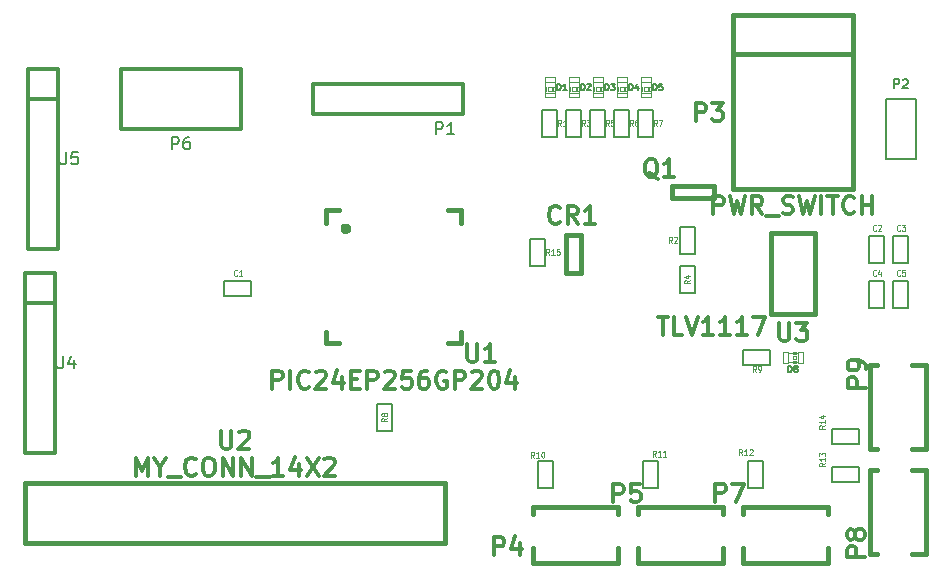
<source format=gto>
G04 (created by PCBNEW-RS274X (2012-01-19 BZR 3256)-stable) date 4/11/2013 5:03:57 PM*
G01*
G70*
G90*
%MOIN*%
G04 Gerber Fmt 3.4, Leading zero omitted, Abs format*
%FSLAX34Y34*%
G04 APERTURE LIST*
%ADD10C,0.006000*%
%ADD11C,0.015000*%
%ADD12C,0.005000*%
%ADD13C,0.012000*%
%ADD14C,0.002600*%
%ADD15C,0.004000*%
%ADD16C,0.004500*%
%ADD17C,0.008000*%
G04 APERTURE END LIST*
G54D10*
G54D11*
X72772Y-47300D02*
X72772Y-48639D01*
X72772Y-48639D02*
X74229Y-48639D01*
X74229Y-48639D02*
X74229Y-45961D01*
X74229Y-45961D02*
X72772Y-45961D01*
X72772Y-45961D02*
X72772Y-47300D01*
G54D12*
X76550Y-46050D02*
X76550Y-46950D01*
X76550Y-46950D02*
X76050Y-46950D01*
X76050Y-46950D02*
X76050Y-46050D01*
X76050Y-46050D02*
X76550Y-46050D01*
X77350Y-46050D02*
X77350Y-46950D01*
X77350Y-46950D02*
X76850Y-46950D01*
X76850Y-46950D02*
X76850Y-46050D01*
X76850Y-46050D02*
X77350Y-46050D01*
X76550Y-47550D02*
X76550Y-48450D01*
X76550Y-48450D02*
X76050Y-48450D01*
X76050Y-48450D02*
X76050Y-47550D01*
X76050Y-47550D02*
X76550Y-47550D01*
X77350Y-47550D02*
X77350Y-48450D01*
X77350Y-48450D02*
X76850Y-48450D01*
X76850Y-48450D02*
X76850Y-47550D01*
X76850Y-47550D02*
X77350Y-47550D01*
X54550Y-47550D02*
X55450Y-47550D01*
X55450Y-47550D02*
X55450Y-48050D01*
X55450Y-48050D02*
X54550Y-48050D01*
X54550Y-48050D02*
X54550Y-47550D01*
X59650Y-52550D02*
X59650Y-51650D01*
X59650Y-51650D02*
X60150Y-51650D01*
X60150Y-51650D02*
X60150Y-52550D01*
X60150Y-52550D02*
X59650Y-52550D01*
X70250Y-47050D02*
X70250Y-47950D01*
X70250Y-47950D02*
X69750Y-47950D01*
X69750Y-47950D02*
X69750Y-47050D01*
X69750Y-47050D02*
X70250Y-47050D01*
X70250Y-45750D02*
X70250Y-46650D01*
X70250Y-46650D02*
X69750Y-46650D01*
X69750Y-46650D02*
X69750Y-45750D01*
X69750Y-45750D02*
X70250Y-45750D01*
X65500Y-53550D02*
X65500Y-54450D01*
X65500Y-54450D02*
X65000Y-54450D01*
X65000Y-54450D02*
X65000Y-53550D01*
X65000Y-53550D02*
X65500Y-53550D01*
X72750Y-50350D02*
X71850Y-50350D01*
X71850Y-50350D02*
X71850Y-49850D01*
X71850Y-49850D02*
X72750Y-49850D01*
X72750Y-49850D02*
X72750Y-50350D01*
X69000Y-53550D02*
X69000Y-54450D01*
X69000Y-54450D02*
X68500Y-54450D01*
X68500Y-54450D02*
X68500Y-53550D01*
X68500Y-53550D02*
X69000Y-53550D01*
X72500Y-53550D02*
X72500Y-54450D01*
X72500Y-54450D02*
X72000Y-54450D01*
X72000Y-54450D02*
X72000Y-53550D01*
X72000Y-53550D02*
X72500Y-53550D01*
X74800Y-53750D02*
X75700Y-53750D01*
X75700Y-53750D02*
X75700Y-54250D01*
X75700Y-54250D02*
X74800Y-54250D01*
X74800Y-54250D02*
X74800Y-53750D01*
X74800Y-52500D02*
X75700Y-52500D01*
X75700Y-52500D02*
X75700Y-53000D01*
X75700Y-53000D02*
X74800Y-53000D01*
X74800Y-53000D02*
X74800Y-52500D01*
X65250Y-46150D02*
X65250Y-47050D01*
X65250Y-47050D02*
X64750Y-47050D01*
X64750Y-47050D02*
X64750Y-46150D01*
X64750Y-46150D02*
X65250Y-46150D01*
G54D11*
X71500Y-40000D02*
X71500Y-38700D01*
X71500Y-38700D02*
X75500Y-38700D01*
X75500Y-38700D02*
X75500Y-40000D01*
X71500Y-42000D02*
X71500Y-40000D01*
X71500Y-40000D02*
X75500Y-40000D01*
X75500Y-40000D02*
X75500Y-44500D01*
X75500Y-44500D02*
X71500Y-44500D01*
X71500Y-44500D02*
X71500Y-42000D01*
G54D13*
X57500Y-41000D02*
X57500Y-42000D01*
X62500Y-42000D02*
X62500Y-41000D01*
X57500Y-41000D02*
X62500Y-41000D01*
X62500Y-42000D02*
X57500Y-42000D01*
X55100Y-42500D02*
X51100Y-42500D01*
X51100Y-42500D02*
X51100Y-40500D01*
X51100Y-40500D02*
X55100Y-40500D01*
X55100Y-40500D02*
X55100Y-42500D01*
G54D10*
X77600Y-43500D02*
X76600Y-43500D01*
X76600Y-43500D02*
X76600Y-41500D01*
X76600Y-41500D02*
X77600Y-41500D01*
X77600Y-41500D02*
X77600Y-43500D01*
G54D13*
X48000Y-40500D02*
X49000Y-40500D01*
X49000Y-40500D02*
X49000Y-46500D01*
X49000Y-46500D02*
X48000Y-46500D01*
X48000Y-46500D02*
X48000Y-40500D01*
X48000Y-41500D02*
X49000Y-41500D01*
X47900Y-47300D02*
X48900Y-47300D01*
X48900Y-47300D02*
X48900Y-53300D01*
X48900Y-53300D02*
X47900Y-53300D01*
X47900Y-53300D02*
X47900Y-47300D01*
X47900Y-48300D02*
X48900Y-48300D01*
G54D14*
X73677Y-49923D02*
X73677Y-50277D01*
X73677Y-50277D02*
X73834Y-50277D01*
X73834Y-49923D02*
X73834Y-50277D01*
X73677Y-49923D02*
X73834Y-49923D01*
X73166Y-49923D02*
X73166Y-50277D01*
X73166Y-50277D02*
X73323Y-50277D01*
X73323Y-49923D02*
X73323Y-50277D01*
X73166Y-49923D02*
X73323Y-49923D01*
X73500Y-49923D02*
X73500Y-49982D01*
X73500Y-49982D02*
X73618Y-49982D01*
X73618Y-49923D02*
X73618Y-49982D01*
X73500Y-49923D02*
X73618Y-49923D01*
X73500Y-50218D02*
X73500Y-50277D01*
X73500Y-50277D02*
X73618Y-50277D01*
X73618Y-50218D02*
X73618Y-50277D01*
X73500Y-50218D02*
X73618Y-50218D01*
X73500Y-50041D02*
X73500Y-50159D01*
X73500Y-50159D02*
X73618Y-50159D01*
X73618Y-50041D02*
X73618Y-50159D01*
X73500Y-50041D02*
X73618Y-50041D01*
G54D15*
X73677Y-49943D02*
X73323Y-49943D01*
X73677Y-50257D02*
X73323Y-50257D01*
G54D11*
X65925Y-46654D02*
X65925Y-46024D01*
X65925Y-46024D02*
X66437Y-46024D01*
X66437Y-46024D02*
X66437Y-47284D01*
X66437Y-47284D02*
X65925Y-47284D01*
X65925Y-47284D02*
X65925Y-46654D01*
X62441Y-49606D02*
X62441Y-49252D01*
X62441Y-49606D02*
X62008Y-49606D01*
X58386Y-49606D02*
X57953Y-49606D01*
X57953Y-49606D02*
X57953Y-49252D01*
X62441Y-45630D02*
X62441Y-45197D01*
X62441Y-45197D02*
X62008Y-45197D01*
X58386Y-45197D02*
X57953Y-45197D01*
X57953Y-45197D02*
X57953Y-45630D01*
X58670Y-45788D02*
X58668Y-45805D01*
X58663Y-45821D01*
X58655Y-45836D01*
X58644Y-45850D01*
X58631Y-45860D01*
X58616Y-45869D01*
X58599Y-45874D01*
X58582Y-45875D01*
X58566Y-45874D01*
X58550Y-45869D01*
X58534Y-45861D01*
X58521Y-45850D01*
X58510Y-45837D01*
X58502Y-45822D01*
X58496Y-45806D01*
X58495Y-45789D01*
X58496Y-45773D01*
X58501Y-45756D01*
X58509Y-45741D01*
X58519Y-45727D01*
X58532Y-45716D01*
X58547Y-45708D01*
X58564Y-45703D01*
X58581Y-45701D01*
X58597Y-45702D01*
X58613Y-45706D01*
X58629Y-45714D01*
X58642Y-45725D01*
X58653Y-45738D01*
X58662Y-45753D01*
X58667Y-45769D01*
X58669Y-45786D01*
X58670Y-45788D01*
X61900Y-56300D02*
X61900Y-54300D01*
X61900Y-54300D02*
X47900Y-54300D01*
X47900Y-54300D02*
X47900Y-56300D01*
X47900Y-56300D02*
X61900Y-56300D01*
G54D14*
X66377Y-41277D02*
X66023Y-41277D01*
X66023Y-41277D02*
X66023Y-41434D01*
X66377Y-41434D02*
X66023Y-41434D01*
X66377Y-41277D02*
X66377Y-41434D01*
X66377Y-40766D02*
X66023Y-40766D01*
X66023Y-40766D02*
X66023Y-40923D01*
X66377Y-40923D02*
X66023Y-40923D01*
X66377Y-40766D02*
X66377Y-40923D01*
X66377Y-41100D02*
X66318Y-41100D01*
X66318Y-41100D02*
X66318Y-41218D01*
X66377Y-41218D02*
X66318Y-41218D01*
X66377Y-41100D02*
X66377Y-41218D01*
X66082Y-41100D02*
X66023Y-41100D01*
X66023Y-41100D02*
X66023Y-41218D01*
X66082Y-41218D02*
X66023Y-41218D01*
X66082Y-41100D02*
X66082Y-41218D01*
X66259Y-41100D02*
X66141Y-41100D01*
X66141Y-41100D02*
X66141Y-41218D01*
X66259Y-41218D02*
X66141Y-41218D01*
X66259Y-41100D02*
X66259Y-41218D01*
G54D15*
X66357Y-41277D02*
X66357Y-40923D01*
X66043Y-41277D02*
X66043Y-40923D01*
G54D14*
X67977Y-41277D02*
X67623Y-41277D01*
X67623Y-41277D02*
X67623Y-41434D01*
X67977Y-41434D02*
X67623Y-41434D01*
X67977Y-41277D02*
X67977Y-41434D01*
X67977Y-40766D02*
X67623Y-40766D01*
X67623Y-40766D02*
X67623Y-40923D01*
X67977Y-40923D02*
X67623Y-40923D01*
X67977Y-40766D02*
X67977Y-40923D01*
X67977Y-41100D02*
X67918Y-41100D01*
X67918Y-41100D02*
X67918Y-41218D01*
X67977Y-41218D02*
X67918Y-41218D01*
X67977Y-41100D02*
X67977Y-41218D01*
X67682Y-41100D02*
X67623Y-41100D01*
X67623Y-41100D02*
X67623Y-41218D01*
X67682Y-41218D02*
X67623Y-41218D01*
X67682Y-41100D02*
X67682Y-41218D01*
X67859Y-41100D02*
X67741Y-41100D01*
X67741Y-41100D02*
X67741Y-41218D01*
X67859Y-41218D02*
X67741Y-41218D01*
X67859Y-41100D02*
X67859Y-41218D01*
G54D15*
X67957Y-41277D02*
X67957Y-40923D01*
X67643Y-41277D02*
X67643Y-40923D01*
G54D12*
X65650Y-41850D02*
X65650Y-42750D01*
X65650Y-42750D02*
X65150Y-42750D01*
X65150Y-42750D02*
X65150Y-41850D01*
X65150Y-41850D02*
X65650Y-41850D01*
X66450Y-41850D02*
X66450Y-42750D01*
X66450Y-42750D02*
X65950Y-42750D01*
X65950Y-42750D02*
X65950Y-41850D01*
X65950Y-41850D02*
X66450Y-41850D01*
X67250Y-41850D02*
X67250Y-42750D01*
X67250Y-42750D02*
X66750Y-42750D01*
X66750Y-42750D02*
X66750Y-41850D01*
X66750Y-41850D02*
X67250Y-41850D01*
X68050Y-41850D02*
X68050Y-42750D01*
X68050Y-42750D02*
X67550Y-42750D01*
X67550Y-42750D02*
X67550Y-41850D01*
X67550Y-41850D02*
X68050Y-41850D01*
X68850Y-41850D02*
X68850Y-42750D01*
X68850Y-42750D02*
X68350Y-42750D01*
X68350Y-42750D02*
X68350Y-41850D01*
X68350Y-41850D02*
X68850Y-41850D01*
G54D14*
X65577Y-41277D02*
X65223Y-41277D01*
X65223Y-41277D02*
X65223Y-41434D01*
X65577Y-41434D02*
X65223Y-41434D01*
X65577Y-41277D02*
X65577Y-41434D01*
X65577Y-40766D02*
X65223Y-40766D01*
X65223Y-40766D02*
X65223Y-40923D01*
X65577Y-40923D02*
X65223Y-40923D01*
X65577Y-40766D02*
X65577Y-40923D01*
X65577Y-41100D02*
X65518Y-41100D01*
X65518Y-41100D02*
X65518Y-41218D01*
X65577Y-41218D02*
X65518Y-41218D01*
X65577Y-41100D02*
X65577Y-41218D01*
X65282Y-41100D02*
X65223Y-41100D01*
X65223Y-41100D02*
X65223Y-41218D01*
X65282Y-41218D02*
X65223Y-41218D01*
X65282Y-41100D02*
X65282Y-41218D01*
X65459Y-41100D02*
X65341Y-41100D01*
X65341Y-41100D02*
X65341Y-41218D01*
X65459Y-41218D02*
X65341Y-41218D01*
X65459Y-41100D02*
X65459Y-41218D01*
G54D15*
X65557Y-41277D02*
X65557Y-40923D01*
X65243Y-41277D02*
X65243Y-40923D01*
G54D14*
X67177Y-41277D02*
X66823Y-41277D01*
X66823Y-41277D02*
X66823Y-41434D01*
X67177Y-41434D02*
X66823Y-41434D01*
X67177Y-41277D02*
X67177Y-41434D01*
X67177Y-40766D02*
X66823Y-40766D01*
X66823Y-40766D02*
X66823Y-40923D01*
X67177Y-40923D02*
X66823Y-40923D01*
X67177Y-40766D02*
X67177Y-40923D01*
X67177Y-41100D02*
X67118Y-41100D01*
X67118Y-41100D02*
X67118Y-41218D01*
X67177Y-41218D02*
X67118Y-41218D01*
X67177Y-41100D02*
X67177Y-41218D01*
X66882Y-41100D02*
X66823Y-41100D01*
X66823Y-41100D02*
X66823Y-41218D01*
X66882Y-41218D02*
X66823Y-41218D01*
X66882Y-41100D02*
X66882Y-41218D01*
X67059Y-41100D02*
X66941Y-41100D01*
X66941Y-41100D02*
X66941Y-41218D01*
X67059Y-41218D02*
X66941Y-41218D01*
X67059Y-41100D02*
X67059Y-41218D01*
G54D15*
X67157Y-41277D02*
X67157Y-40923D01*
X66843Y-41277D02*
X66843Y-40923D01*
G54D14*
X68777Y-41277D02*
X68423Y-41277D01*
X68423Y-41277D02*
X68423Y-41434D01*
X68777Y-41434D02*
X68423Y-41434D01*
X68777Y-41277D02*
X68777Y-41434D01*
X68777Y-40766D02*
X68423Y-40766D01*
X68423Y-40766D02*
X68423Y-40923D01*
X68777Y-40923D02*
X68423Y-40923D01*
X68777Y-40766D02*
X68777Y-40923D01*
X68777Y-41100D02*
X68718Y-41100D01*
X68718Y-41100D02*
X68718Y-41218D01*
X68777Y-41218D02*
X68718Y-41218D01*
X68777Y-41100D02*
X68777Y-41218D01*
X68482Y-41100D02*
X68423Y-41100D01*
X68423Y-41100D02*
X68423Y-41218D01*
X68482Y-41218D02*
X68423Y-41218D01*
X68482Y-41100D02*
X68482Y-41218D01*
X68659Y-41100D02*
X68541Y-41100D01*
X68541Y-41100D02*
X68541Y-41218D01*
X68659Y-41218D02*
X68541Y-41218D01*
X68659Y-41100D02*
X68659Y-41218D01*
G54D15*
X68757Y-41277D02*
X68757Y-40923D01*
X68443Y-41277D02*
X68443Y-40923D01*
G54D11*
X69790Y-44790D02*
X69460Y-44790D01*
X69460Y-44790D02*
X69460Y-44390D01*
X69460Y-44390D02*
X70860Y-44390D01*
X70860Y-44390D02*
X70860Y-44790D01*
X70860Y-44790D02*
X69790Y-44790D01*
X67657Y-56949D02*
X64843Y-56949D01*
X67657Y-56890D02*
X67657Y-56949D01*
X64843Y-56939D02*
X64843Y-56457D01*
X67657Y-56457D02*
X67657Y-56890D01*
X66250Y-55079D02*
X64843Y-55079D01*
X64843Y-55079D02*
X64843Y-55315D01*
X66250Y-55079D02*
X67657Y-55079D01*
X67657Y-55079D02*
X67657Y-55315D01*
X71157Y-56949D02*
X68343Y-56949D01*
X71157Y-56890D02*
X71157Y-56949D01*
X68343Y-56939D02*
X68343Y-56457D01*
X71157Y-56457D02*
X71157Y-56890D01*
X69750Y-55079D02*
X68343Y-55079D01*
X68343Y-55079D02*
X68343Y-55315D01*
X69750Y-55079D02*
X71157Y-55079D01*
X71157Y-55079D02*
X71157Y-55315D01*
X74657Y-56949D02*
X71843Y-56949D01*
X74657Y-56890D02*
X74657Y-56949D01*
X71843Y-56939D02*
X71843Y-56457D01*
X74657Y-56457D02*
X74657Y-56890D01*
X73250Y-55079D02*
X71843Y-55079D01*
X71843Y-55079D02*
X71843Y-55315D01*
X73250Y-55079D02*
X74657Y-55079D01*
X74657Y-55079D02*
X74657Y-55315D01*
X77949Y-53843D02*
X77949Y-56657D01*
X77890Y-53843D02*
X77949Y-53843D01*
X77939Y-56657D02*
X77457Y-56657D01*
X77457Y-53843D02*
X77890Y-53843D01*
X76079Y-55250D02*
X76079Y-56657D01*
X76079Y-56657D02*
X76315Y-56657D01*
X76079Y-55250D02*
X76079Y-53843D01*
X76079Y-53843D02*
X76315Y-53843D01*
X77949Y-50343D02*
X77949Y-53157D01*
X77890Y-50343D02*
X77949Y-50343D01*
X77939Y-53157D02*
X77457Y-53157D01*
X77457Y-50343D02*
X77890Y-50343D01*
X76079Y-51750D02*
X76079Y-53157D01*
X76079Y-53157D02*
X76315Y-53157D01*
X76079Y-51750D02*
X76079Y-50343D01*
X76079Y-50343D02*
X76315Y-50343D01*
G54D13*
X73043Y-48943D02*
X73043Y-49429D01*
X73071Y-49486D01*
X73100Y-49514D01*
X73157Y-49543D01*
X73271Y-49543D01*
X73329Y-49514D01*
X73357Y-49486D01*
X73386Y-49429D01*
X73386Y-48943D01*
X73615Y-48943D02*
X73986Y-48943D01*
X73786Y-49171D01*
X73872Y-49171D01*
X73929Y-49200D01*
X73958Y-49229D01*
X73986Y-49286D01*
X73986Y-49429D01*
X73958Y-49486D01*
X73929Y-49514D01*
X73872Y-49543D01*
X73700Y-49543D01*
X73643Y-49514D01*
X73615Y-49486D01*
X68987Y-48743D02*
X69330Y-48743D01*
X69159Y-49343D02*
X69159Y-48743D01*
X69816Y-49343D02*
X69530Y-49343D01*
X69530Y-48743D01*
X69930Y-48743D02*
X70130Y-49343D01*
X70330Y-48743D01*
X70844Y-49343D02*
X70501Y-49343D01*
X70673Y-49343D02*
X70673Y-48743D01*
X70616Y-48829D01*
X70558Y-48886D01*
X70501Y-48914D01*
X71415Y-49343D02*
X71072Y-49343D01*
X71244Y-49343D02*
X71244Y-48743D01*
X71187Y-48829D01*
X71129Y-48886D01*
X71072Y-48914D01*
X71986Y-49343D02*
X71643Y-49343D01*
X71815Y-49343D02*
X71815Y-48743D01*
X71758Y-48829D01*
X71700Y-48886D01*
X71643Y-48914D01*
X72186Y-48743D02*
X72586Y-48743D01*
X72329Y-49343D01*
G54D16*
X76271Y-45862D02*
X76262Y-45871D01*
X76236Y-45881D01*
X76219Y-45881D01*
X76194Y-45871D01*
X76176Y-45852D01*
X76168Y-45833D01*
X76159Y-45795D01*
X76159Y-45767D01*
X76168Y-45729D01*
X76176Y-45710D01*
X76194Y-45690D01*
X76219Y-45681D01*
X76236Y-45681D01*
X76262Y-45690D01*
X76271Y-45700D01*
X76339Y-45700D02*
X76348Y-45690D01*
X76365Y-45681D01*
X76408Y-45681D01*
X76425Y-45690D01*
X76434Y-45700D01*
X76442Y-45719D01*
X76442Y-45738D01*
X76434Y-45767D01*
X76331Y-45881D01*
X76442Y-45881D01*
X77071Y-45862D02*
X77062Y-45871D01*
X77036Y-45881D01*
X77019Y-45881D01*
X76994Y-45871D01*
X76976Y-45852D01*
X76968Y-45833D01*
X76959Y-45795D01*
X76959Y-45767D01*
X76968Y-45729D01*
X76976Y-45710D01*
X76994Y-45690D01*
X77019Y-45681D01*
X77036Y-45681D01*
X77062Y-45690D01*
X77071Y-45700D01*
X77131Y-45681D02*
X77242Y-45681D01*
X77182Y-45757D01*
X77208Y-45757D01*
X77225Y-45767D01*
X77234Y-45776D01*
X77242Y-45795D01*
X77242Y-45843D01*
X77234Y-45862D01*
X77225Y-45871D01*
X77208Y-45881D01*
X77156Y-45881D01*
X77139Y-45871D01*
X77131Y-45862D01*
X76271Y-47362D02*
X76262Y-47371D01*
X76236Y-47381D01*
X76219Y-47381D01*
X76194Y-47371D01*
X76176Y-47352D01*
X76168Y-47333D01*
X76159Y-47295D01*
X76159Y-47267D01*
X76168Y-47229D01*
X76176Y-47210D01*
X76194Y-47190D01*
X76219Y-47181D01*
X76236Y-47181D01*
X76262Y-47190D01*
X76271Y-47200D01*
X76425Y-47248D02*
X76425Y-47381D01*
X76382Y-47171D02*
X76339Y-47314D01*
X76451Y-47314D01*
X77071Y-47362D02*
X77062Y-47371D01*
X77036Y-47381D01*
X77019Y-47381D01*
X76994Y-47371D01*
X76976Y-47352D01*
X76968Y-47333D01*
X76959Y-47295D01*
X76959Y-47267D01*
X76968Y-47229D01*
X76976Y-47210D01*
X76994Y-47190D01*
X77019Y-47181D01*
X77036Y-47181D01*
X77062Y-47190D01*
X77071Y-47200D01*
X77234Y-47181D02*
X77148Y-47181D01*
X77139Y-47276D01*
X77148Y-47267D01*
X77165Y-47257D01*
X77208Y-47257D01*
X77225Y-47267D01*
X77234Y-47276D01*
X77242Y-47295D01*
X77242Y-47343D01*
X77234Y-47362D01*
X77225Y-47371D01*
X77208Y-47381D01*
X77165Y-47381D01*
X77148Y-47371D01*
X77139Y-47362D01*
X54971Y-47362D02*
X54962Y-47371D01*
X54936Y-47381D01*
X54919Y-47381D01*
X54894Y-47371D01*
X54876Y-47352D01*
X54868Y-47333D01*
X54859Y-47295D01*
X54859Y-47267D01*
X54868Y-47229D01*
X54876Y-47210D01*
X54894Y-47190D01*
X54919Y-47181D01*
X54936Y-47181D01*
X54962Y-47190D01*
X54971Y-47200D01*
X55142Y-47381D02*
X55039Y-47381D01*
X55091Y-47381D02*
X55091Y-47181D01*
X55074Y-47210D01*
X55056Y-47229D01*
X55039Y-47238D01*
X59981Y-52129D02*
X59886Y-52189D01*
X59981Y-52232D02*
X59781Y-52232D01*
X59781Y-52164D01*
X59790Y-52146D01*
X59800Y-52138D01*
X59819Y-52129D01*
X59848Y-52129D01*
X59867Y-52138D01*
X59876Y-52146D01*
X59886Y-52164D01*
X59886Y-52232D01*
X59867Y-52026D02*
X59857Y-52044D01*
X59848Y-52052D01*
X59829Y-52061D01*
X59819Y-52061D01*
X59800Y-52052D01*
X59790Y-52044D01*
X59781Y-52026D01*
X59781Y-51992D01*
X59790Y-51975D01*
X59800Y-51966D01*
X59819Y-51958D01*
X59829Y-51958D01*
X59848Y-51966D01*
X59857Y-51975D01*
X59867Y-51992D01*
X59867Y-52026D01*
X59876Y-52044D01*
X59886Y-52052D01*
X59905Y-52061D01*
X59943Y-52061D01*
X59962Y-52052D01*
X59971Y-52044D01*
X59981Y-52026D01*
X59981Y-51992D01*
X59971Y-51975D01*
X59962Y-51966D01*
X59943Y-51958D01*
X59905Y-51958D01*
X59886Y-51966D01*
X59876Y-51975D01*
X59867Y-51992D01*
X70081Y-47529D02*
X69986Y-47589D01*
X70081Y-47632D02*
X69881Y-47632D01*
X69881Y-47564D01*
X69890Y-47546D01*
X69900Y-47538D01*
X69919Y-47529D01*
X69948Y-47529D01*
X69967Y-47538D01*
X69976Y-47546D01*
X69986Y-47564D01*
X69986Y-47632D01*
X69948Y-47375D02*
X70081Y-47375D01*
X69871Y-47418D02*
X70014Y-47461D01*
X70014Y-47349D01*
X69471Y-46281D02*
X69411Y-46186D01*
X69368Y-46281D02*
X69368Y-46081D01*
X69436Y-46081D01*
X69454Y-46090D01*
X69462Y-46100D01*
X69471Y-46119D01*
X69471Y-46148D01*
X69462Y-46167D01*
X69454Y-46176D01*
X69436Y-46186D01*
X69368Y-46186D01*
X69539Y-46100D02*
X69548Y-46090D01*
X69565Y-46081D01*
X69608Y-46081D01*
X69625Y-46090D01*
X69634Y-46100D01*
X69642Y-46119D01*
X69642Y-46138D01*
X69634Y-46167D01*
X69531Y-46281D01*
X69642Y-46281D01*
X64875Y-53441D02*
X64815Y-53346D01*
X64772Y-53441D02*
X64772Y-53241D01*
X64840Y-53241D01*
X64858Y-53250D01*
X64866Y-53260D01*
X64875Y-53279D01*
X64875Y-53308D01*
X64866Y-53327D01*
X64858Y-53336D01*
X64840Y-53346D01*
X64772Y-53346D01*
X65046Y-53441D02*
X64943Y-53441D01*
X64995Y-53441D02*
X64995Y-53241D01*
X64978Y-53270D01*
X64960Y-53289D01*
X64943Y-53298D01*
X65157Y-53241D02*
X65174Y-53241D01*
X65191Y-53250D01*
X65200Y-53260D01*
X65209Y-53279D01*
X65217Y-53317D01*
X65217Y-53365D01*
X65209Y-53403D01*
X65200Y-53422D01*
X65191Y-53431D01*
X65174Y-53441D01*
X65157Y-53441D01*
X65140Y-53431D01*
X65131Y-53422D01*
X65123Y-53403D01*
X65114Y-53365D01*
X65114Y-53317D01*
X65123Y-53279D01*
X65131Y-53260D01*
X65140Y-53250D01*
X65157Y-53241D01*
X72271Y-50581D02*
X72211Y-50486D01*
X72168Y-50581D02*
X72168Y-50381D01*
X72236Y-50381D01*
X72254Y-50390D01*
X72262Y-50400D01*
X72271Y-50419D01*
X72271Y-50448D01*
X72262Y-50467D01*
X72254Y-50476D01*
X72236Y-50486D01*
X72168Y-50486D01*
X72356Y-50581D02*
X72391Y-50581D01*
X72408Y-50571D01*
X72416Y-50562D01*
X72434Y-50533D01*
X72442Y-50495D01*
X72442Y-50419D01*
X72434Y-50400D01*
X72425Y-50390D01*
X72408Y-50381D01*
X72374Y-50381D01*
X72356Y-50390D01*
X72348Y-50400D01*
X72339Y-50419D01*
X72339Y-50467D01*
X72348Y-50486D01*
X72356Y-50495D01*
X72374Y-50505D01*
X72408Y-50505D01*
X72425Y-50495D01*
X72434Y-50486D01*
X72442Y-50467D01*
X68935Y-53401D02*
X68875Y-53306D01*
X68832Y-53401D02*
X68832Y-53201D01*
X68900Y-53201D01*
X68918Y-53210D01*
X68926Y-53220D01*
X68935Y-53239D01*
X68935Y-53268D01*
X68926Y-53287D01*
X68918Y-53296D01*
X68900Y-53306D01*
X68832Y-53306D01*
X69106Y-53401D02*
X69003Y-53401D01*
X69055Y-53401D02*
X69055Y-53201D01*
X69038Y-53230D01*
X69020Y-53249D01*
X69003Y-53258D01*
X69277Y-53401D02*
X69174Y-53401D01*
X69226Y-53401D02*
X69226Y-53201D01*
X69209Y-53230D01*
X69191Y-53249D01*
X69174Y-53258D01*
X71815Y-53361D02*
X71755Y-53266D01*
X71712Y-53361D02*
X71712Y-53161D01*
X71780Y-53161D01*
X71798Y-53170D01*
X71806Y-53180D01*
X71815Y-53199D01*
X71815Y-53228D01*
X71806Y-53247D01*
X71798Y-53256D01*
X71780Y-53266D01*
X71712Y-53266D01*
X71986Y-53361D02*
X71883Y-53361D01*
X71935Y-53361D02*
X71935Y-53161D01*
X71918Y-53190D01*
X71900Y-53209D01*
X71883Y-53218D01*
X72054Y-53180D02*
X72063Y-53170D01*
X72080Y-53161D01*
X72123Y-53161D01*
X72140Y-53170D01*
X72149Y-53180D01*
X72157Y-53199D01*
X72157Y-53218D01*
X72149Y-53247D01*
X72046Y-53361D01*
X72157Y-53361D01*
X74581Y-53615D02*
X74486Y-53675D01*
X74581Y-53718D02*
X74381Y-53718D01*
X74381Y-53650D01*
X74390Y-53632D01*
X74400Y-53624D01*
X74419Y-53615D01*
X74448Y-53615D01*
X74467Y-53624D01*
X74476Y-53632D01*
X74486Y-53650D01*
X74486Y-53718D01*
X74581Y-53444D02*
X74581Y-53547D01*
X74581Y-53495D02*
X74381Y-53495D01*
X74410Y-53512D01*
X74429Y-53530D01*
X74438Y-53547D01*
X74381Y-53384D02*
X74381Y-53273D01*
X74457Y-53333D01*
X74457Y-53307D01*
X74467Y-53290D01*
X74476Y-53281D01*
X74495Y-53273D01*
X74543Y-53273D01*
X74562Y-53281D01*
X74571Y-53290D01*
X74581Y-53307D01*
X74581Y-53359D01*
X74571Y-53376D01*
X74562Y-53384D01*
X74581Y-52365D02*
X74486Y-52425D01*
X74581Y-52468D02*
X74381Y-52468D01*
X74381Y-52400D01*
X74390Y-52382D01*
X74400Y-52374D01*
X74419Y-52365D01*
X74448Y-52365D01*
X74467Y-52374D01*
X74476Y-52382D01*
X74486Y-52400D01*
X74486Y-52468D01*
X74581Y-52194D02*
X74581Y-52297D01*
X74581Y-52245D02*
X74381Y-52245D01*
X74410Y-52262D01*
X74429Y-52280D01*
X74438Y-52297D01*
X74448Y-52040D02*
X74581Y-52040D01*
X74371Y-52083D02*
X74514Y-52126D01*
X74514Y-52014D01*
X65385Y-46681D02*
X65325Y-46586D01*
X65282Y-46681D02*
X65282Y-46481D01*
X65350Y-46481D01*
X65368Y-46490D01*
X65376Y-46500D01*
X65385Y-46519D01*
X65385Y-46548D01*
X65376Y-46567D01*
X65368Y-46576D01*
X65350Y-46586D01*
X65282Y-46586D01*
X65556Y-46681D02*
X65453Y-46681D01*
X65505Y-46681D02*
X65505Y-46481D01*
X65488Y-46510D01*
X65470Y-46529D01*
X65453Y-46538D01*
X65719Y-46481D02*
X65633Y-46481D01*
X65624Y-46576D01*
X65633Y-46567D01*
X65650Y-46557D01*
X65693Y-46557D01*
X65710Y-46567D01*
X65719Y-46576D01*
X65727Y-46595D01*
X65727Y-46643D01*
X65719Y-46662D01*
X65710Y-46671D01*
X65693Y-46681D01*
X65650Y-46681D01*
X65633Y-46671D01*
X65624Y-46662D01*
G54D13*
X70254Y-42220D02*
X70254Y-41620D01*
X70482Y-41620D01*
X70540Y-41648D01*
X70568Y-41677D01*
X70597Y-41734D01*
X70597Y-41820D01*
X70568Y-41877D01*
X70540Y-41906D01*
X70482Y-41934D01*
X70254Y-41934D01*
X70797Y-41620D02*
X71168Y-41620D01*
X70968Y-41848D01*
X71054Y-41848D01*
X71111Y-41877D01*
X71140Y-41906D01*
X71168Y-41963D01*
X71168Y-42106D01*
X71140Y-42163D01*
X71111Y-42191D01*
X71054Y-42220D01*
X70882Y-42220D01*
X70825Y-42191D01*
X70797Y-42163D01*
X70853Y-45320D02*
X70853Y-44720D01*
X71081Y-44720D01*
X71139Y-44748D01*
X71167Y-44777D01*
X71196Y-44834D01*
X71196Y-44920D01*
X71167Y-44977D01*
X71139Y-45006D01*
X71081Y-45034D01*
X70853Y-45034D01*
X71396Y-44720D02*
X71539Y-45320D01*
X71653Y-44891D01*
X71767Y-45320D01*
X71910Y-44720D01*
X72482Y-45320D02*
X72282Y-45034D01*
X72139Y-45320D02*
X72139Y-44720D01*
X72367Y-44720D01*
X72425Y-44748D01*
X72453Y-44777D01*
X72482Y-44834D01*
X72482Y-44920D01*
X72453Y-44977D01*
X72425Y-45006D01*
X72367Y-45034D01*
X72139Y-45034D01*
X72596Y-45377D02*
X73053Y-45377D01*
X73167Y-45291D02*
X73253Y-45320D01*
X73396Y-45320D01*
X73453Y-45291D01*
X73482Y-45263D01*
X73510Y-45206D01*
X73510Y-45148D01*
X73482Y-45091D01*
X73453Y-45063D01*
X73396Y-45034D01*
X73282Y-45006D01*
X73224Y-44977D01*
X73196Y-44948D01*
X73167Y-44891D01*
X73167Y-44834D01*
X73196Y-44777D01*
X73224Y-44748D01*
X73282Y-44720D01*
X73424Y-44720D01*
X73510Y-44748D01*
X73710Y-44720D02*
X73853Y-45320D01*
X73967Y-44891D01*
X74081Y-45320D01*
X74224Y-44720D01*
X74453Y-45320D02*
X74453Y-44720D01*
X74653Y-44720D02*
X74996Y-44720D01*
X74825Y-45320D02*
X74825Y-44720D01*
X75539Y-45263D02*
X75510Y-45291D01*
X75424Y-45320D01*
X75367Y-45320D01*
X75282Y-45291D01*
X75224Y-45234D01*
X75196Y-45177D01*
X75167Y-45063D01*
X75167Y-44977D01*
X75196Y-44863D01*
X75224Y-44806D01*
X75282Y-44748D01*
X75367Y-44720D01*
X75424Y-44720D01*
X75510Y-44748D01*
X75539Y-44777D01*
X75796Y-45320D02*
X75796Y-44720D01*
X75796Y-45006D02*
X76139Y-45006D01*
X76139Y-45320D02*
X76139Y-44720D01*
G54D17*
X61605Y-42662D02*
X61605Y-42262D01*
X61758Y-42262D01*
X61796Y-42281D01*
X61815Y-42300D01*
X61834Y-42338D01*
X61834Y-42395D01*
X61815Y-42433D01*
X61796Y-42452D01*
X61758Y-42471D01*
X61605Y-42471D01*
X62215Y-42662D02*
X61986Y-42662D01*
X62100Y-42662D02*
X62100Y-42262D01*
X62062Y-42319D01*
X62024Y-42357D01*
X61986Y-42376D01*
X52805Y-43162D02*
X52805Y-42762D01*
X52958Y-42762D01*
X52996Y-42781D01*
X53015Y-42800D01*
X53034Y-42838D01*
X53034Y-42895D01*
X53015Y-42933D01*
X52996Y-42952D01*
X52958Y-42971D01*
X52805Y-42971D01*
X53377Y-42762D02*
X53300Y-42762D01*
X53262Y-42781D01*
X53243Y-42800D01*
X53205Y-42857D01*
X53186Y-42933D01*
X53186Y-43086D01*
X53205Y-43124D01*
X53224Y-43143D01*
X53262Y-43162D01*
X53339Y-43162D01*
X53377Y-43143D01*
X53396Y-43124D01*
X53415Y-43086D01*
X53415Y-42990D01*
X53396Y-42952D01*
X53377Y-42933D01*
X53339Y-42914D01*
X53262Y-42914D01*
X53224Y-42933D01*
X53205Y-42952D01*
X53186Y-42990D01*
G54D10*
X76878Y-41121D02*
X76878Y-40821D01*
X76993Y-40821D01*
X77021Y-40836D01*
X77036Y-40850D01*
X77050Y-40879D01*
X77050Y-40921D01*
X77036Y-40950D01*
X77021Y-40964D01*
X76993Y-40979D01*
X76878Y-40979D01*
X77164Y-40850D02*
X77178Y-40836D01*
X77207Y-40821D01*
X77278Y-40821D01*
X77307Y-40836D01*
X77321Y-40850D01*
X77336Y-40879D01*
X77336Y-40907D01*
X77321Y-40950D01*
X77150Y-41121D01*
X77336Y-41121D01*
G54D17*
X49045Y-43262D02*
X49045Y-43586D01*
X49064Y-43624D01*
X49083Y-43643D01*
X49121Y-43662D01*
X49198Y-43662D01*
X49236Y-43643D01*
X49255Y-43624D01*
X49274Y-43586D01*
X49274Y-43262D01*
X49655Y-43262D02*
X49464Y-43262D01*
X49445Y-43452D01*
X49464Y-43433D01*
X49502Y-43414D01*
X49598Y-43414D01*
X49636Y-43433D01*
X49655Y-43452D01*
X49674Y-43490D01*
X49674Y-43586D01*
X49655Y-43624D01*
X49636Y-43643D01*
X49598Y-43662D01*
X49502Y-43662D01*
X49464Y-43643D01*
X49445Y-43624D01*
X48945Y-50062D02*
X48945Y-50386D01*
X48964Y-50424D01*
X48983Y-50443D01*
X49021Y-50462D01*
X49098Y-50462D01*
X49136Y-50443D01*
X49155Y-50424D01*
X49174Y-50386D01*
X49174Y-50062D01*
X49536Y-50195D02*
X49536Y-50462D01*
X49440Y-50043D02*
X49345Y-50329D01*
X49593Y-50329D01*
G54D12*
X73353Y-50581D02*
X73353Y-50381D01*
X73400Y-50381D01*
X73429Y-50390D01*
X73448Y-50410D01*
X73457Y-50429D01*
X73467Y-50467D01*
X73467Y-50495D01*
X73457Y-50533D01*
X73448Y-50552D01*
X73429Y-50571D01*
X73400Y-50581D01*
X73353Y-50581D01*
X73581Y-50467D02*
X73562Y-50457D01*
X73553Y-50448D01*
X73543Y-50429D01*
X73543Y-50419D01*
X73553Y-50400D01*
X73562Y-50390D01*
X73581Y-50381D01*
X73619Y-50381D01*
X73638Y-50390D01*
X73648Y-50400D01*
X73657Y-50419D01*
X73657Y-50429D01*
X73648Y-50448D01*
X73638Y-50457D01*
X73619Y-50467D01*
X73581Y-50467D01*
X73562Y-50476D01*
X73553Y-50486D01*
X73543Y-50505D01*
X73543Y-50543D01*
X73553Y-50562D01*
X73562Y-50571D01*
X73581Y-50581D01*
X73619Y-50581D01*
X73638Y-50571D01*
X73648Y-50562D01*
X73657Y-50543D01*
X73657Y-50505D01*
X73648Y-50486D01*
X73638Y-50476D01*
X73619Y-50467D01*
G54D13*
X65732Y-45590D02*
X65703Y-45618D01*
X65617Y-45647D01*
X65560Y-45647D01*
X65475Y-45618D01*
X65417Y-45561D01*
X65389Y-45504D01*
X65360Y-45390D01*
X65360Y-45304D01*
X65389Y-45190D01*
X65417Y-45133D01*
X65475Y-45075D01*
X65560Y-45047D01*
X65617Y-45047D01*
X65703Y-45075D01*
X65732Y-45104D01*
X66332Y-45647D02*
X66132Y-45361D01*
X65989Y-45647D02*
X65989Y-45047D01*
X66217Y-45047D01*
X66275Y-45075D01*
X66303Y-45104D01*
X66332Y-45161D01*
X66332Y-45247D01*
X66303Y-45304D01*
X66275Y-45333D01*
X66217Y-45361D01*
X65989Y-45361D01*
X66903Y-45647D02*
X66560Y-45647D01*
X66732Y-45647D02*
X66732Y-45047D01*
X66675Y-45133D01*
X66617Y-45190D01*
X66560Y-45218D01*
X62643Y-49643D02*
X62643Y-50129D01*
X62671Y-50186D01*
X62700Y-50214D01*
X62757Y-50243D01*
X62871Y-50243D01*
X62929Y-50214D01*
X62957Y-50186D01*
X62986Y-50129D01*
X62986Y-49643D01*
X63586Y-50243D02*
X63243Y-50243D01*
X63415Y-50243D02*
X63415Y-49643D01*
X63358Y-49729D01*
X63300Y-49786D01*
X63243Y-49814D01*
X56145Y-51143D02*
X56145Y-50543D01*
X56373Y-50543D01*
X56431Y-50571D01*
X56459Y-50600D01*
X56488Y-50657D01*
X56488Y-50743D01*
X56459Y-50800D01*
X56431Y-50829D01*
X56373Y-50857D01*
X56145Y-50857D01*
X56745Y-51143D02*
X56745Y-50543D01*
X57374Y-51086D02*
X57345Y-51114D01*
X57259Y-51143D01*
X57202Y-51143D01*
X57117Y-51114D01*
X57059Y-51057D01*
X57031Y-51000D01*
X57002Y-50886D01*
X57002Y-50800D01*
X57031Y-50686D01*
X57059Y-50629D01*
X57117Y-50571D01*
X57202Y-50543D01*
X57259Y-50543D01*
X57345Y-50571D01*
X57374Y-50600D01*
X57602Y-50600D02*
X57631Y-50571D01*
X57688Y-50543D01*
X57831Y-50543D01*
X57888Y-50571D01*
X57917Y-50600D01*
X57945Y-50657D01*
X57945Y-50714D01*
X57917Y-50800D01*
X57574Y-51143D01*
X57945Y-51143D01*
X58459Y-50743D02*
X58459Y-51143D01*
X58316Y-50514D02*
X58173Y-50943D01*
X58545Y-50943D01*
X58773Y-50829D02*
X58973Y-50829D01*
X59059Y-51143D02*
X58773Y-51143D01*
X58773Y-50543D01*
X59059Y-50543D01*
X59316Y-51143D02*
X59316Y-50543D01*
X59544Y-50543D01*
X59602Y-50571D01*
X59630Y-50600D01*
X59659Y-50657D01*
X59659Y-50743D01*
X59630Y-50800D01*
X59602Y-50829D01*
X59544Y-50857D01*
X59316Y-50857D01*
X59887Y-50600D02*
X59916Y-50571D01*
X59973Y-50543D01*
X60116Y-50543D01*
X60173Y-50571D01*
X60202Y-50600D01*
X60230Y-50657D01*
X60230Y-50714D01*
X60202Y-50800D01*
X59859Y-51143D01*
X60230Y-51143D01*
X60773Y-50543D02*
X60487Y-50543D01*
X60458Y-50829D01*
X60487Y-50800D01*
X60544Y-50771D01*
X60687Y-50771D01*
X60744Y-50800D01*
X60773Y-50829D01*
X60801Y-50886D01*
X60801Y-51029D01*
X60773Y-51086D01*
X60744Y-51114D01*
X60687Y-51143D01*
X60544Y-51143D01*
X60487Y-51114D01*
X60458Y-51086D01*
X61315Y-50543D02*
X61201Y-50543D01*
X61144Y-50571D01*
X61115Y-50600D01*
X61058Y-50686D01*
X61029Y-50800D01*
X61029Y-51029D01*
X61058Y-51086D01*
X61086Y-51114D01*
X61144Y-51143D01*
X61258Y-51143D01*
X61315Y-51114D01*
X61344Y-51086D01*
X61372Y-51029D01*
X61372Y-50886D01*
X61344Y-50829D01*
X61315Y-50800D01*
X61258Y-50771D01*
X61144Y-50771D01*
X61086Y-50800D01*
X61058Y-50829D01*
X61029Y-50886D01*
X61943Y-50571D02*
X61886Y-50543D01*
X61800Y-50543D01*
X61715Y-50571D01*
X61657Y-50629D01*
X61629Y-50686D01*
X61600Y-50800D01*
X61600Y-50886D01*
X61629Y-51000D01*
X61657Y-51057D01*
X61715Y-51114D01*
X61800Y-51143D01*
X61857Y-51143D01*
X61943Y-51114D01*
X61972Y-51086D01*
X61972Y-50886D01*
X61857Y-50886D01*
X62229Y-51143D02*
X62229Y-50543D01*
X62457Y-50543D01*
X62515Y-50571D01*
X62543Y-50600D01*
X62572Y-50657D01*
X62572Y-50743D01*
X62543Y-50800D01*
X62515Y-50829D01*
X62457Y-50857D01*
X62229Y-50857D01*
X62800Y-50600D02*
X62829Y-50571D01*
X62886Y-50543D01*
X63029Y-50543D01*
X63086Y-50571D01*
X63115Y-50600D01*
X63143Y-50657D01*
X63143Y-50714D01*
X63115Y-50800D01*
X62772Y-51143D01*
X63143Y-51143D01*
X63514Y-50543D02*
X63571Y-50543D01*
X63628Y-50571D01*
X63657Y-50600D01*
X63686Y-50657D01*
X63714Y-50771D01*
X63714Y-50914D01*
X63686Y-51029D01*
X63657Y-51086D01*
X63628Y-51114D01*
X63571Y-51143D01*
X63514Y-51143D01*
X63457Y-51114D01*
X63428Y-51086D01*
X63400Y-51029D01*
X63371Y-50914D01*
X63371Y-50771D01*
X63400Y-50657D01*
X63428Y-50600D01*
X63457Y-50571D01*
X63514Y-50543D01*
X64228Y-50743D02*
X64228Y-51143D01*
X64085Y-50514D02*
X63942Y-50943D01*
X64314Y-50943D01*
X54443Y-52543D02*
X54443Y-53029D01*
X54471Y-53086D01*
X54500Y-53114D01*
X54557Y-53143D01*
X54671Y-53143D01*
X54729Y-53114D01*
X54757Y-53086D01*
X54786Y-53029D01*
X54786Y-52543D01*
X55043Y-52600D02*
X55072Y-52571D01*
X55129Y-52543D01*
X55272Y-52543D01*
X55329Y-52571D01*
X55358Y-52600D01*
X55386Y-52657D01*
X55386Y-52714D01*
X55358Y-52800D01*
X55015Y-53143D01*
X55386Y-53143D01*
X51601Y-54043D02*
X51601Y-53443D01*
X51801Y-53871D01*
X52001Y-53443D01*
X52001Y-54043D01*
X52401Y-53757D02*
X52401Y-54043D01*
X52201Y-53443D02*
X52401Y-53757D01*
X52601Y-53443D01*
X52658Y-54100D02*
X53115Y-54100D01*
X53601Y-53986D02*
X53572Y-54014D01*
X53486Y-54043D01*
X53429Y-54043D01*
X53344Y-54014D01*
X53286Y-53957D01*
X53258Y-53900D01*
X53229Y-53786D01*
X53229Y-53700D01*
X53258Y-53586D01*
X53286Y-53529D01*
X53344Y-53471D01*
X53429Y-53443D01*
X53486Y-53443D01*
X53572Y-53471D01*
X53601Y-53500D01*
X53972Y-53443D02*
X54086Y-53443D01*
X54144Y-53471D01*
X54201Y-53529D01*
X54229Y-53643D01*
X54229Y-53843D01*
X54201Y-53957D01*
X54144Y-54014D01*
X54086Y-54043D01*
X53972Y-54043D01*
X53915Y-54014D01*
X53858Y-53957D01*
X53829Y-53843D01*
X53829Y-53643D01*
X53858Y-53529D01*
X53915Y-53471D01*
X53972Y-53443D01*
X54487Y-54043D02*
X54487Y-53443D01*
X54830Y-54043D01*
X54830Y-53443D01*
X55116Y-54043D02*
X55116Y-53443D01*
X55459Y-54043D01*
X55459Y-53443D01*
X55602Y-54100D02*
X56059Y-54100D01*
X56516Y-54043D02*
X56173Y-54043D01*
X56345Y-54043D02*
X56345Y-53443D01*
X56288Y-53529D01*
X56230Y-53586D01*
X56173Y-53614D01*
X57030Y-53643D02*
X57030Y-54043D01*
X56887Y-53414D02*
X56744Y-53843D01*
X57116Y-53843D01*
X57287Y-53443D02*
X57687Y-54043D01*
X57687Y-53443D02*
X57287Y-54043D01*
X57886Y-53500D02*
X57915Y-53471D01*
X57972Y-53443D01*
X58115Y-53443D01*
X58172Y-53471D01*
X58201Y-53500D01*
X58229Y-53557D01*
X58229Y-53614D01*
X58201Y-53700D01*
X57858Y-54043D01*
X58229Y-54043D01*
G54D12*
X66453Y-41181D02*
X66453Y-40981D01*
X66500Y-40981D01*
X66529Y-40990D01*
X66548Y-41010D01*
X66557Y-41029D01*
X66567Y-41067D01*
X66567Y-41095D01*
X66557Y-41133D01*
X66548Y-41152D01*
X66529Y-41171D01*
X66500Y-41181D01*
X66453Y-41181D01*
X66643Y-41000D02*
X66653Y-40990D01*
X66672Y-40981D01*
X66719Y-40981D01*
X66738Y-40990D01*
X66748Y-41000D01*
X66757Y-41019D01*
X66757Y-41038D01*
X66748Y-41067D01*
X66634Y-41181D01*
X66757Y-41181D01*
X68053Y-41181D02*
X68053Y-40981D01*
X68100Y-40981D01*
X68129Y-40990D01*
X68148Y-41010D01*
X68157Y-41029D01*
X68167Y-41067D01*
X68167Y-41095D01*
X68157Y-41133D01*
X68148Y-41152D01*
X68129Y-41171D01*
X68100Y-41181D01*
X68053Y-41181D01*
X68338Y-41048D02*
X68338Y-41181D01*
X68291Y-40971D02*
X68243Y-41114D01*
X68367Y-41114D01*
G54D16*
X65771Y-42381D02*
X65711Y-42286D01*
X65668Y-42381D02*
X65668Y-42181D01*
X65736Y-42181D01*
X65754Y-42190D01*
X65762Y-42200D01*
X65771Y-42219D01*
X65771Y-42248D01*
X65762Y-42267D01*
X65754Y-42276D01*
X65736Y-42286D01*
X65668Y-42286D01*
X65942Y-42381D02*
X65839Y-42381D01*
X65891Y-42381D02*
X65891Y-42181D01*
X65874Y-42210D01*
X65856Y-42229D01*
X65839Y-42238D01*
X66571Y-42381D02*
X66511Y-42286D01*
X66468Y-42381D02*
X66468Y-42181D01*
X66536Y-42181D01*
X66554Y-42190D01*
X66562Y-42200D01*
X66571Y-42219D01*
X66571Y-42248D01*
X66562Y-42267D01*
X66554Y-42276D01*
X66536Y-42286D01*
X66468Y-42286D01*
X66631Y-42181D02*
X66742Y-42181D01*
X66682Y-42257D01*
X66708Y-42257D01*
X66725Y-42267D01*
X66734Y-42276D01*
X66742Y-42295D01*
X66742Y-42343D01*
X66734Y-42362D01*
X66725Y-42371D01*
X66708Y-42381D01*
X66656Y-42381D01*
X66639Y-42371D01*
X66631Y-42362D01*
X67371Y-42381D02*
X67311Y-42286D01*
X67268Y-42381D02*
X67268Y-42181D01*
X67336Y-42181D01*
X67354Y-42190D01*
X67362Y-42200D01*
X67371Y-42219D01*
X67371Y-42248D01*
X67362Y-42267D01*
X67354Y-42276D01*
X67336Y-42286D01*
X67268Y-42286D01*
X67534Y-42181D02*
X67448Y-42181D01*
X67439Y-42276D01*
X67448Y-42267D01*
X67465Y-42257D01*
X67508Y-42257D01*
X67525Y-42267D01*
X67534Y-42276D01*
X67542Y-42295D01*
X67542Y-42343D01*
X67534Y-42362D01*
X67525Y-42371D01*
X67508Y-42381D01*
X67465Y-42381D01*
X67448Y-42371D01*
X67439Y-42362D01*
X68171Y-42381D02*
X68111Y-42286D01*
X68068Y-42381D02*
X68068Y-42181D01*
X68136Y-42181D01*
X68154Y-42190D01*
X68162Y-42200D01*
X68171Y-42219D01*
X68171Y-42248D01*
X68162Y-42267D01*
X68154Y-42276D01*
X68136Y-42286D01*
X68068Y-42286D01*
X68325Y-42181D02*
X68291Y-42181D01*
X68274Y-42190D01*
X68265Y-42200D01*
X68248Y-42229D01*
X68239Y-42267D01*
X68239Y-42343D01*
X68248Y-42362D01*
X68256Y-42371D01*
X68274Y-42381D01*
X68308Y-42381D01*
X68325Y-42371D01*
X68334Y-42362D01*
X68342Y-42343D01*
X68342Y-42295D01*
X68334Y-42276D01*
X68325Y-42267D01*
X68308Y-42257D01*
X68274Y-42257D01*
X68256Y-42267D01*
X68248Y-42276D01*
X68239Y-42295D01*
X68971Y-42381D02*
X68911Y-42286D01*
X68868Y-42381D02*
X68868Y-42181D01*
X68936Y-42181D01*
X68954Y-42190D01*
X68962Y-42200D01*
X68971Y-42219D01*
X68971Y-42248D01*
X68962Y-42267D01*
X68954Y-42276D01*
X68936Y-42286D01*
X68868Y-42286D01*
X69031Y-42181D02*
X69151Y-42181D01*
X69074Y-42381D01*
G54D12*
X65653Y-41181D02*
X65653Y-40981D01*
X65700Y-40981D01*
X65729Y-40990D01*
X65748Y-41010D01*
X65757Y-41029D01*
X65767Y-41067D01*
X65767Y-41095D01*
X65757Y-41133D01*
X65748Y-41152D01*
X65729Y-41171D01*
X65700Y-41181D01*
X65653Y-41181D01*
X65957Y-41181D02*
X65843Y-41181D01*
X65900Y-41181D02*
X65900Y-40981D01*
X65881Y-41010D01*
X65862Y-41029D01*
X65843Y-41038D01*
X67253Y-41181D02*
X67253Y-40981D01*
X67300Y-40981D01*
X67329Y-40990D01*
X67348Y-41010D01*
X67357Y-41029D01*
X67367Y-41067D01*
X67367Y-41095D01*
X67357Y-41133D01*
X67348Y-41152D01*
X67329Y-41171D01*
X67300Y-41181D01*
X67253Y-41181D01*
X67434Y-40981D02*
X67557Y-40981D01*
X67491Y-41057D01*
X67519Y-41057D01*
X67538Y-41067D01*
X67548Y-41076D01*
X67557Y-41095D01*
X67557Y-41143D01*
X67548Y-41162D01*
X67538Y-41171D01*
X67519Y-41181D01*
X67462Y-41181D01*
X67443Y-41171D01*
X67434Y-41162D01*
X68853Y-41181D02*
X68853Y-40981D01*
X68900Y-40981D01*
X68929Y-40990D01*
X68948Y-41010D01*
X68957Y-41029D01*
X68967Y-41067D01*
X68967Y-41095D01*
X68957Y-41133D01*
X68948Y-41152D01*
X68929Y-41171D01*
X68900Y-41181D01*
X68853Y-41181D01*
X69148Y-40981D02*
X69053Y-40981D01*
X69043Y-41076D01*
X69053Y-41067D01*
X69072Y-41057D01*
X69119Y-41057D01*
X69138Y-41067D01*
X69148Y-41076D01*
X69157Y-41095D01*
X69157Y-41143D01*
X69148Y-41162D01*
X69138Y-41171D01*
X69119Y-41181D01*
X69072Y-41181D01*
X69053Y-41171D01*
X69043Y-41162D01*
G54D13*
X69003Y-44140D02*
X68946Y-44111D01*
X68889Y-44054D01*
X68803Y-43969D01*
X68746Y-43940D01*
X68689Y-43940D01*
X68717Y-44083D02*
X68660Y-44054D01*
X68603Y-43997D01*
X68574Y-43883D01*
X68574Y-43683D01*
X68603Y-43569D01*
X68660Y-43511D01*
X68717Y-43483D01*
X68831Y-43483D01*
X68889Y-43511D01*
X68946Y-43569D01*
X68974Y-43683D01*
X68974Y-43883D01*
X68946Y-43997D01*
X68889Y-44054D01*
X68831Y-44083D01*
X68717Y-44083D01*
X69546Y-44083D02*
X69203Y-44083D01*
X69375Y-44083D02*
X69375Y-43483D01*
X69318Y-43569D01*
X69260Y-43626D01*
X69203Y-43654D01*
X63538Y-56683D02*
X63538Y-56083D01*
X63766Y-56083D01*
X63824Y-56111D01*
X63852Y-56140D01*
X63881Y-56197D01*
X63881Y-56283D01*
X63852Y-56340D01*
X63824Y-56369D01*
X63766Y-56397D01*
X63538Y-56397D01*
X64395Y-56283D02*
X64395Y-56683D01*
X64252Y-56054D02*
X64109Y-56483D01*
X64481Y-56483D01*
X67518Y-54923D02*
X67518Y-54323D01*
X67746Y-54323D01*
X67804Y-54351D01*
X67832Y-54380D01*
X67861Y-54437D01*
X67861Y-54523D01*
X67832Y-54580D01*
X67804Y-54609D01*
X67746Y-54637D01*
X67518Y-54637D01*
X68404Y-54323D02*
X68118Y-54323D01*
X68089Y-54609D01*
X68118Y-54580D01*
X68175Y-54551D01*
X68318Y-54551D01*
X68375Y-54580D01*
X68404Y-54609D01*
X68432Y-54666D01*
X68432Y-54809D01*
X68404Y-54866D01*
X68375Y-54894D01*
X68318Y-54923D01*
X68175Y-54923D01*
X68118Y-54894D01*
X68089Y-54866D01*
X70918Y-54903D02*
X70918Y-54303D01*
X71146Y-54303D01*
X71204Y-54331D01*
X71232Y-54360D01*
X71261Y-54417D01*
X71261Y-54503D01*
X71232Y-54560D01*
X71204Y-54589D01*
X71146Y-54617D01*
X70918Y-54617D01*
X71461Y-54303D02*
X71861Y-54303D01*
X71604Y-54903D01*
X75903Y-56742D02*
X75303Y-56742D01*
X75303Y-56514D01*
X75331Y-56456D01*
X75360Y-56428D01*
X75417Y-56399D01*
X75503Y-56399D01*
X75560Y-56428D01*
X75589Y-56456D01*
X75617Y-56514D01*
X75617Y-56742D01*
X75560Y-56056D02*
X75531Y-56114D01*
X75503Y-56142D01*
X75446Y-56171D01*
X75417Y-56171D01*
X75360Y-56142D01*
X75331Y-56114D01*
X75303Y-56056D01*
X75303Y-55942D01*
X75331Y-55885D01*
X75360Y-55856D01*
X75417Y-55828D01*
X75446Y-55828D01*
X75503Y-55856D01*
X75531Y-55885D01*
X75560Y-55942D01*
X75560Y-56056D01*
X75589Y-56114D01*
X75617Y-56142D01*
X75674Y-56171D01*
X75789Y-56171D01*
X75846Y-56142D01*
X75874Y-56114D01*
X75903Y-56056D01*
X75903Y-55942D01*
X75874Y-55885D01*
X75846Y-55856D01*
X75789Y-55828D01*
X75674Y-55828D01*
X75617Y-55856D01*
X75589Y-55885D01*
X75560Y-55942D01*
X75923Y-51102D02*
X75323Y-51102D01*
X75323Y-50874D01*
X75351Y-50816D01*
X75380Y-50788D01*
X75437Y-50759D01*
X75523Y-50759D01*
X75580Y-50788D01*
X75609Y-50816D01*
X75637Y-50874D01*
X75637Y-51102D01*
X75923Y-50474D02*
X75923Y-50359D01*
X75894Y-50302D01*
X75866Y-50274D01*
X75780Y-50216D01*
X75666Y-50188D01*
X75437Y-50188D01*
X75380Y-50216D01*
X75351Y-50245D01*
X75323Y-50302D01*
X75323Y-50416D01*
X75351Y-50474D01*
X75380Y-50502D01*
X75437Y-50531D01*
X75580Y-50531D01*
X75637Y-50502D01*
X75666Y-50474D01*
X75694Y-50416D01*
X75694Y-50302D01*
X75666Y-50245D01*
X75637Y-50216D01*
X75580Y-50188D01*
M02*

</source>
